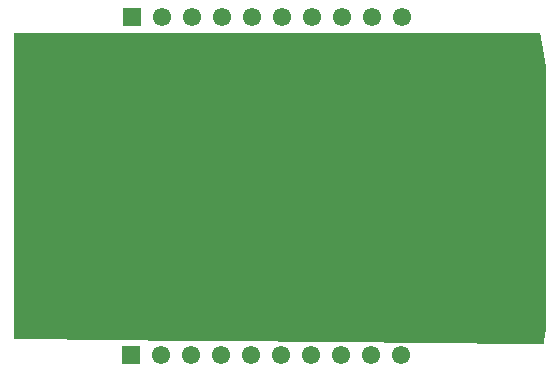
<source format=gbl>
%FSLAX33Y33*%
%MOMM*%
%ADD10C,0.0508*%
%ADD11C,1.0668*%
%ADD12R,1.55X1.55*%
%ADD13C,1.55*%
D10*
%LNpour fill*%
G01*
X48318Y14119D02*
X48318Y14119D01*
X48375Y14496*
X48375Y37121*
X48132Y38595*
X47926Y39675*
X3475Y39675*
X3475Y13875*
X48206Y13477*
X48318Y14119*
X42661Y13501D02*
X48236Y13501D01*
X37095Y13551D02*
X48245Y13551D01*
X31530Y13600D02*
X48253Y13600D01*
X25964Y13650D02*
X48262Y13650D01*
X20398Y13699D02*
X48271Y13699D01*
X14832Y13749D02*
X48279Y13749D01*
X9266Y13798D02*
X48288Y13798D01*
X3700Y13848D02*
X48297Y13848D01*
X3450Y13897D02*
X48305Y13897D01*
X3450Y13947D02*
X48314Y13947D01*
X3450Y13996D02*
X48323Y13996D01*
X3450Y14046D02*
X48331Y14046D01*
X3450Y14095D02*
X48340Y14095D01*
X3450Y14145D02*
X48348Y14145D01*
X3450Y14194D02*
X48355Y14194D01*
X3450Y14244D02*
X48363Y14244D01*
X3450Y14294D02*
X48370Y14294D01*
X3450Y14343D02*
X48378Y14343D01*
X3450Y14393D02*
X48385Y14393D01*
X3450Y14442D02*
X48392Y14442D01*
X3450Y14492D02*
X48400Y14492D01*
X3450Y14541D02*
X48400Y14541D01*
X3450Y14591D02*
X48400Y14591D01*
X3450Y14640D02*
X48400Y14640D01*
X3450Y14690D02*
X48400Y14690D01*
X3450Y14739D02*
X48400Y14739D01*
X3450Y14789D02*
X48400Y14789D01*
X3450Y14838D02*
X48400Y14838D01*
X3450Y14888D02*
X48400Y14888D01*
X3450Y14937D02*
X48400Y14937D01*
X3450Y14987D02*
X48400Y14987D01*
X3450Y15036D02*
X48400Y15036D01*
X3450Y15086D02*
X48400Y15086D01*
X3450Y15136D02*
X48400Y15136D01*
X3450Y15185D02*
X48400Y15185D01*
X3450Y15235D02*
X48400Y15235D01*
X3450Y15284D02*
X48400Y15284D01*
X3450Y15334D02*
X48400Y15334D01*
X3450Y15383D02*
X48400Y15383D01*
X3450Y15433D02*
X48400Y15433D01*
X3450Y15482D02*
X48400Y15482D01*
X3450Y15532D02*
X48400Y15532D01*
X3450Y15581D02*
X48400Y15581D01*
X3450Y15631D02*
X48400Y15631D01*
X3450Y15680D02*
X48400Y15680D01*
X3450Y15730D02*
X48400Y15730D01*
X3450Y15779D02*
X48400Y15779D01*
X3450Y15829D02*
X48400Y15829D01*
X3450Y15879D02*
X48400Y15879D01*
X3450Y15928D02*
X48400Y15928D01*
X3450Y15978D02*
X48400Y15978D01*
X3450Y16027D02*
X48400Y16027D01*
X3450Y16077D02*
X48400Y16077D01*
X3450Y16126D02*
X48400Y16126D01*
X3450Y16176D02*
X48400Y16176D01*
X3450Y16225D02*
X48400Y16225D01*
X3450Y16275D02*
X48400Y16275D01*
X3450Y16324D02*
X48400Y16324D01*
X3450Y16374D02*
X48400Y16374D01*
X3450Y16423D02*
X48400Y16423D01*
X3450Y16473D02*
X48400Y16473D01*
X3450Y16522D02*
X48400Y16522D01*
X3450Y16572D02*
X48400Y16572D01*
X3450Y16621D02*
X48400Y16621D01*
X3450Y16671D02*
X48400Y16671D01*
X3450Y16721D02*
X48400Y16721D01*
X3450Y16770D02*
X48400Y16770D01*
X3450Y16820D02*
X48400Y16820D01*
X3450Y16869D02*
X48400Y16869D01*
X3450Y16919D02*
X48400Y16919D01*
X3450Y16968D02*
X48400Y16968D01*
X3450Y17018D02*
X48400Y17018D01*
X3450Y17067D02*
X48400Y17067D01*
X3450Y17117D02*
X48400Y17117D01*
X3450Y17166D02*
X48400Y17166D01*
X3450Y17216D02*
X48400Y17216D01*
X3450Y17265D02*
X48400Y17265D01*
X3450Y17315D02*
X48400Y17315D01*
X3450Y17364D02*
X48400Y17364D01*
X3450Y17414D02*
X48400Y17414D01*
X3450Y17463D02*
X48400Y17463D01*
X3450Y17513D02*
X48400Y17513D01*
X3450Y17563D02*
X48400Y17563D01*
X3450Y17612D02*
X48400Y17612D01*
X3450Y17662D02*
X48400Y17662D01*
X3450Y17711D02*
X48400Y17711D01*
X3450Y17761D02*
X48400Y17761D01*
X3450Y17810D02*
X48400Y17810D01*
X3450Y17860D02*
X48400Y17860D01*
X3450Y17909D02*
X48400Y17909D01*
X3450Y17959D02*
X48400Y17959D01*
X3450Y18008D02*
X48400Y18008D01*
X3450Y18058D02*
X48400Y18058D01*
X3450Y18107D02*
X48400Y18107D01*
X3450Y18157D02*
X48400Y18157D01*
X3450Y18206D02*
X48400Y18206D01*
X3450Y18256D02*
X48400Y18256D01*
X3450Y18305D02*
X48400Y18305D01*
X3450Y18355D02*
X48400Y18355D01*
X3450Y18405D02*
X48400Y18405D01*
X3450Y18454D02*
X48400Y18454D01*
X3450Y18504D02*
X48400Y18504D01*
X3450Y18553D02*
X48400Y18553D01*
X3450Y18603D02*
X48400Y18603D01*
X3450Y18652D02*
X48400Y18652D01*
X3450Y18702D02*
X48400Y18702D01*
X3450Y18751D02*
X48400Y18751D01*
X3450Y18801D02*
X48400Y18801D01*
X3450Y18850D02*
X48400Y18850D01*
X3450Y18900D02*
X48400Y18900D01*
X3450Y18949D02*
X48400Y18949D01*
X3450Y18999D02*
X48400Y18999D01*
X3450Y19048D02*
X48400Y19048D01*
X3450Y19098D02*
X48400Y19098D01*
X3450Y19147D02*
X48400Y19147D01*
X3450Y19197D02*
X48400Y19197D01*
X3450Y19247D02*
X48400Y19247D01*
X3450Y19296D02*
X48400Y19296D01*
X3450Y19346D02*
X48400Y19346D01*
X3450Y19395D02*
X48400Y19395D01*
X3450Y19445D02*
X48400Y19445D01*
X3450Y19494D02*
X48400Y19494D01*
X3450Y19544D02*
X48400Y19544D01*
X3450Y19593D02*
X48400Y19593D01*
X3450Y19643D02*
X48400Y19643D01*
X3450Y19692D02*
X48400Y19692D01*
X3450Y19742D02*
X48400Y19742D01*
X3450Y19791D02*
X48400Y19791D01*
X3450Y19841D02*
X48400Y19841D01*
X3450Y19890D02*
X48400Y19890D01*
X3450Y19940D02*
X48400Y19940D01*
X3450Y19989D02*
X48400Y19989D01*
X3450Y20039D02*
X48400Y20039D01*
X3450Y20089D02*
X48400Y20089D01*
X3450Y20138D02*
X48400Y20138D01*
X3450Y20188D02*
X48400Y20188D01*
X3450Y20237D02*
X48400Y20237D01*
X3450Y20287D02*
X48400Y20287D01*
X3450Y20336D02*
X48400Y20336D01*
X3450Y20386D02*
X48400Y20386D01*
X3450Y20435D02*
X48400Y20435D01*
X3450Y20485D02*
X48400Y20485D01*
X3450Y20534D02*
X48400Y20534D01*
X3450Y20584D02*
X48400Y20584D01*
X3450Y20633D02*
X48400Y20633D01*
X3450Y20683D02*
X48400Y20683D01*
X3450Y20732D02*
X48400Y20732D01*
X3450Y20782D02*
X48400Y20782D01*
X3450Y20832D02*
X48400Y20832D01*
X3450Y20881D02*
X48400Y20881D01*
X3450Y20931D02*
X48400Y20931D01*
X3450Y20980D02*
X48400Y20980D01*
X3450Y21030D02*
X48400Y21030D01*
X3450Y21079D02*
X48400Y21079D01*
X3450Y21129D02*
X48400Y21129D01*
X3450Y21178D02*
X48400Y21178D01*
X3450Y21228D02*
X48400Y21228D01*
X3450Y21277D02*
X48400Y21277D01*
X3450Y21327D02*
X48400Y21327D01*
X3450Y21376D02*
X48400Y21376D01*
X3450Y21426D02*
X48400Y21426D01*
X3450Y21475D02*
X48400Y21475D01*
X3450Y21525D02*
X48400Y21525D01*
X3450Y21574D02*
X48400Y21574D01*
X3450Y21624D02*
X48400Y21624D01*
X3450Y21674D02*
X48400Y21674D01*
X3450Y21723D02*
X48400Y21723D01*
X3450Y21773D02*
X48400Y21773D01*
X3450Y21822D02*
X48400Y21822D01*
X3450Y21872D02*
X48400Y21872D01*
X3450Y21921D02*
X48400Y21921D01*
X3450Y21971D02*
X48400Y21971D01*
X3450Y22020D02*
X48400Y22020D01*
X3450Y22070D02*
X48400Y22070D01*
X3450Y22119D02*
X48400Y22119D01*
X3450Y22169D02*
X48400Y22169D01*
X3450Y22218D02*
X48400Y22218D01*
X3450Y22268D02*
X48400Y22268D01*
X3450Y22317D02*
X48400Y22317D01*
X3450Y22367D02*
X48400Y22367D01*
X3450Y22416D02*
X48400Y22416D01*
X3450Y22466D02*
X48400Y22466D01*
X3450Y22516D02*
X48400Y22516D01*
X3450Y22565D02*
X48400Y22565D01*
X3450Y22615D02*
X48400Y22615D01*
X3450Y22664D02*
X48400Y22664D01*
X3450Y22714D02*
X48400Y22714D01*
X3450Y22763D02*
X48400Y22763D01*
X3450Y22813D02*
X48400Y22813D01*
X3450Y22862D02*
X48400Y22862D01*
X3450Y22912D02*
X48400Y22912D01*
X3450Y22961D02*
X48400Y22961D01*
X3450Y23011D02*
X48400Y23011D01*
X3450Y23060D02*
X48400Y23060D01*
X3450Y23110D02*
X48400Y23110D01*
X3450Y23159D02*
X48400Y23159D01*
X3450Y23209D02*
X48400Y23209D01*
X3450Y23258D02*
X48400Y23258D01*
X3450Y23308D02*
X48400Y23308D01*
X3450Y23358D02*
X48400Y23358D01*
X3450Y23407D02*
X48400Y23407D01*
X3450Y23457D02*
X48400Y23457D01*
X3450Y23506D02*
X48400Y23506D01*
X3450Y23556D02*
X48400Y23556D01*
X3450Y23605D02*
X48400Y23605D01*
X3450Y23655D02*
X48400Y23655D01*
X3450Y23704D02*
X48400Y23704D01*
X3450Y23754D02*
X48400Y23754D01*
X3450Y23803D02*
X48400Y23803D01*
X3450Y23853D02*
X48400Y23853D01*
X3450Y23902D02*
X48400Y23902D01*
X3450Y23952D02*
X48400Y23952D01*
X3450Y24001D02*
X48400Y24001D01*
X3450Y24051D02*
X48400Y24051D01*
X3450Y24100D02*
X48400Y24100D01*
X3450Y24150D02*
X48400Y24150D01*
X3450Y24200D02*
X48400Y24200D01*
X3450Y24249D02*
X48400Y24249D01*
X3450Y24299D02*
X48400Y24299D01*
X3450Y24348D02*
X48400Y24348D01*
X3450Y24398D02*
X48400Y24398D01*
X3450Y24447D02*
X48400Y24447D01*
X3450Y24497D02*
X48400Y24497D01*
X3450Y24546D02*
X48400Y24546D01*
X3450Y24596D02*
X48400Y24596D01*
X3450Y24645D02*
X48400Y24645D01*
X3450Y24695D02*
X48400Y24695D01*
X3450Y24744D02*
X48400Y24744D01*
X3450Y24794D02*
X48400Y24794D01*
X3450Y24843D02*
X48400Y24843D01*
X3450Y24893D02*
X48400Y24893D01*
X3450Y24942D02*
X48400Y24942D01*
X3450Y24992D02*
X48400Y24992D01*
X3450Y25042D02*
X48400Y25042D01*
X3450Y25091D02*
X48400Y25091D01*
X3450Y25141D02*
X48400Y25141D01*
X3450Y25190D02*
X48400Y25190D01*
X3450Y25240D02*
X48400Y25240D01*
X3450Y25289D02*
X48400Y25289D01*
X3450Y25339D02*
X48400Y25339D01*
X3450Y25388D02*
X48400Y25388D01*
X3450Y25438D02*
X48400Y25438D01*
X3450Y25487D02*
X48400Y25487D01*
X3450Y25537D02*
X48400Y25537D01*
X3450Y25586D02*
X48400Y25586D01*
X3450Y25636D02*
X48400Y25636D01*
X3450Y25685D02*
X48400Y25685D01*
X3450Y25735D02*
X48400Y25735D01*
X3450Y25785D02*
X48400Y25785D01*
X3450Y25834D02*
X48400Y25834D01*
X3450Y25884D02*
X48400Y25884D01*
X3450Y25933D02*
X48400Y25933D01*
X3450Y25983D02*
X48400Y25983D01*
X3450Y26032D02*
X48400Y26032D01*
X3450Y26082D02*
X48400Y26082D01*
X3450Y26131D02*
X48400Y26131D01*
X3450Y26181D02*
X48400Y26181D01*
X3450Y26230D02*
X48400Y26230D01*
X3450Y26280D02*
X48400Y26280D01*
X3450Y26329D02*
X48400Y26329D01*
X3450Y26379D02*
X48400Y26379D01*
X3450Y26428D02*
X48400Y26428D01*
X3450Y26478D02*
X48400Y26478D01*
X3450Y26527D02*
X48400Y26527D01*
X3450Y26577D02*
X48400Y26577D01*
X3450Y26627D02*
X48400Y26627D01*
X3450Y26676D02*
X48400Y26676D01*
X3450Y26726D02*
X48400Y26726D01*
X3450Y26775D02*
X48400Y26775D01*
X3450Y26825D02*
X48400Y26825D01*
X3450Y26874D02*
X48400Y26874D01*
X3450Y26924D02*
X48400Y26924D01*
X3450Y26973D02*
X48400Y26973D01*
X3450Y27023D02*
X48400Y27023D01*
X3450Y27072D02*
X48400Y27072D01*
X3450Y27122D02*
X48400Y27122D01*
X3450Y27171D02*
X48400Y27171D01*
X3450Y27221D02*
X48400Y27221D01*
X3450Y27270D02*
X48400Y27270D01*
X3450Y27320D02*
X48400Y27320D01*
X3450Y27369D02*
X48400Y27369D01*
X3450Y27419D02*
X48400Y27419D01*
X3450Y27469D02*
X48400Y27469D01*
X3450Y27518D02*
X48400Y27518D01*
X3450Y27568D02*
X48400Y27568D01*
X3450Y27617D02*
X48400Y27617D01*
X3450Y27667D02*
X48400Y27667D01*
X3450Y27716D02*
X48400Y27716D01*
X3450Y27766D02*
X48400Y27766D01*
X3450Y27815D02*
X48400Y27815D01*
X3450Y27865D02*
X48400Y27865D01*
X3450Y27914D02*
X48400Y27914D01*
X3450Y27964D02*
X48400Y27964D01*
X3450Y28013D02*
X48400Y28013D01*
X3450Y28063D02*
X48400Y28063D01*
X3450Y28112D02*
X48400Y28112D01*
X3450Y28162D02*
X48400Y28162D01*
X3450Y28211D02*
X48400Y28211D01*
X3450Y28261D02*
X48400Y28261D01*
X3450Y28311D02*
X48400Y28311D01*
X3450Y28360D02*
X48400Y28360D01*
X3450Y28410D02*
X48400Y28410D01*
X3450Y28459D02*
X48400Y28459D01*
X3450Y28509D02*
X48400Y28509D01*
X3450Y28558D02*
X48400Y28558D01*
X3450Y28608D02*
X48400Y28608D01*
X3450Y28657D02*
X48400Y28657D01*
X3450Y28707D02*
X48400Y28707D01*
X3450Y28756D02*
X48400Y28756D01*
X3450Y28806D02*
X48400Y28806D01*
X3450Y28855D02*
X48400Y28855D01*
X3450Y28905D02*
X48400Y28905D01*
X3450Y28954D02*
X48400Y28954D01*
X3450Y29004D02*
X48400Y29004D01*
X3450Y29053D02*
X48400Y29053D01*
X3450Y29103D02*
X48400Y29103D01*
X3450Y29153D02*
X48400Y29153D01*
X3450Y29202D02*
X48400Y29202D01*
X3450Y29252D02*
X48400Y29252D01*
X3450Y29301D02*
X48400Y29301D01*
X3450Y29351D02*
X48400Y29351D01*
X3450Y29400D02*
X48400Y29400D01*
X3450Y29450D02*
X48400Y29450D01*
X3450Y29499D02*
X48400Y29499D01*
X3450Y29549D02*
X48400Y29549D01*
X3450Y29598D02*
X48400Y29598D01*
X3450Y29648D02*
X48400Y29648D01*
X3450Y29697D02*
X48400Y29697D01*
X3450Y29747D02*
X48400Y29747D01*
X3450Y29796D02*
X48400Y29796D01*
X3450Y29846D02*
X48400Y29846D01*
X3450Y29895D02*
X48400Y29895D01*
X3450Y29945D02*
X48400Y29945D01*
X3450Y29995D02*
X48400Y29995D01*
X3450Y30044D02*
X48400Y30044D01*
X3450Y30094D02*
X48400Y30094D01*
X3450Y30143D02*
X48400Y30143D01*
X3450Y30193D02*
X48400Y30193D01*
X3450Y30242D02*
X48400Y30242D01*
X3450Y30292D02*
X48400Y30292D01*
X3450Y30341D02*
X48400Y30341D01*
X3450Y30391D02*
X48400Y30391D01*
X3450Y30440D02*
X48400Y30440D01*
X3450Y30490D02*
X48400Y30490D01*
X3450Y30539D02*
X48400Y30539D01*
X3450Y30589D02*
X48400Y30589D01*
X3450Y30638D02*
X48400Y30638D01*
X3450Y30688D02*
X48400Y30688D01*
X3450Y30738D02*
X48400Y30738D01*
X3450Y30787D02*
X48400Y30787D01*
X3450Y30837D02*
X48400Y30837D01*
X3450Y30886D02*
X48400Y30886D01*
X3450Y30936D02*
X48400Y30936D01*
X3450Y30985D02*
X48400Y30985D01*
X3450Y31035D02*
X48400Y31035D01*
X3450Y31084D02*
X48400Y31084D01*
X3450Y31134D02*
X48400Y31134D01*
X3450Y31183D02*
X48400Y31183D01*
X3450Y31233D02*
X48400Y31233D01*
X3450Y31282D02*
X48400Y31282D01*
X3450Y31332D02*
X48400Y31332D01*
X3450Y31381D02*
X48400Y31381D01*
X3450Y31431D02*
X48400Y31431D01*
X3450Y31480D02*
X48400Y31480D01*
X3450Y31530D02*
X48400Y31530D01*
X3450Y31580D02*
X48400Y31580D01*
X3450Y31629D02*
X48400Y31629D01*
X3450Y31679D02*
X48400Y31679D01*
X3450Y31728D02*
X48400Y31728D01*
X3450Y31778D02*
X48400Y31778D01*
X3450Y31827D02*
X48400Y31827D01*
X3450Y31877D02*
X48400Y31877D01*
X3450Y31926D02*
X48400Y31926D01*
X3450Y31976D02*
X48400Y31976D01*
X3450Y32025D02*
X48400Y32025D01*
X3450Y32075D02*
X48400Y32075D01*
X3450Y32124D02*
X48400Y32124D01*
X3450Y32174D02*
X48400Y32174D01*
X3450Y32223D02*
X48400Y32223D01*
X3450Y32273D02*
X48400Y32273D01*
X3450Y32322D02*
X48400Y32322D01*
X3450Y32372D02*
X48400Y32372D01*
X3450Y32422D02*
X48400Y32422D01*
X3450Y32471D02*
X48400Y32471D01*
X3450Y32521D02*
X48400Y32521D01*
X3450Y32570D02*
X48400Y32570D01*
X3450Y32620D02*
X48400Y32620D01*
X3450Y32669D02*
X48400Y32669D01*
X3450Y32719D02*
X48400Y32719D01*
X3450Y32768D02*
X48400Y32768D01*
X3450Y32818D02*
X48400Y32818D01*
X3450Y32867D02*
X48400Y32867D01*
X3450Y32917D02*
X48400Y32917D01*
X3450Y32966D02*
X48400Y32966D01*
X3450Y33016D02*
X48400Y33016D01*
X3450Y33065D02*
X48400Y33065D01*
X3450Y33115D02*
X48400Y33115D01*
X3450Y33164D02*
X48400Y33164D01*
X3450Y33214D02*
X48400Y33214D01*
X3450Y33264D02*
X48400Y33264D01*
X3450Y33313D02*
X48400Y33313D01*
X3450Y33363D02*
X48400Y33363D01*
X3450Y33412D02*
X48400Y33412D01*
X3450Y33462D02*
X48400Y33462D01*
X3450Y33511D02*
X48400Y33511D01*
X3450Y33561D02*
X48400Y33561D01*
X3450Y33610D02*
X48400Y33610D01*
X3450Y33660D02*
X48400Y33660D01*
X3450Y33709D02*
X48400Y33709D01*
X3450Y33759D02*
X48400Y33759D01*
X3450Y33808D02*
X48400Y33808D01*
X3450Y33858D02*
X48400Y33858D01*
X3450Y33907D02*
X48400Y33907D01*
X3450Y33957D02*
X48400Y33957D01*
X3450Y34006D02*
X48400Y34006D01*
X3450Y34056D02*
X48400Y34056D01*
X3450Y34106D02*
X48400Y34106D01*
X3450Y34155D02*
X48400Y34155D01*
X3450Y34205D02*
X48400Y34205D01*
X3450Y34254D02*
X48400Y34254D01*
X3450Y34304D02*
X48400Y34304D01*
X3450Y34353D02*
X48400Y34353D01*
X3450Y34403D02*
X48400Y34403D01*
X3450Y34452D02*
X48400Y34452D01*
X3450Y34502D02*
X48400Y34502D01*
X3450Y34551D02*
X48400Y34551D01*
X3450Y34601D02*
X48400Y34601D01*
X3450Y34650D02*
X48400Y34650D01*
X3450Y34700D02*
X48400Y34700D01*
X3450Y34749D02*
X48400Y34749D01*
X3450Y34799D02*
X48400Y34799D01*
X3450Y34848D02*
X48400Y34848D01*
X3450Y34898D02*
X48400Y34898D01*
X3450Y34948D02*
X48400Y34948D01*
X3450Y34997D02*
X48400Y34997D01*
X3450Y35047D02*
X48400Y35047D01*
X3450Y35096D02*
X48400Y35096D01*
X3450Y35146D02*
X48400Y35146D01*
X3450Y35195D02*
X48400Y35195D01*
X3450Y35245D02*
X48400Y35245D01*
X3450Y35294D02*
X48400Y35294D01*
X3450Y35344D02*
X48400Y35344D01*
X3450Y35393D02*
X48400Y35393D01*
X3450Y35443D02*
X48400Y35443D01*
X3450Y35492D02*
X48400Y35492D01*
X3450Y35542D02*
X48400Y35542D01*
X3450Y35591D02*
X48400Y35591D01*
X3450Y35641D02*
X48400Y35641D01*
X3450Y35691D02*
X48400Y35691D01*
X3450Y35740D02*
X48400Y35740D01*
X3450Y35790D02*
X48400Y35790D01*
X3450Y35839D02*
X48400Y35839D01*
X3450Y35889D02*
X48400Y35889D01*
X3450Y35938D02*
X48400Y35938D01*
X3450Y35988D02*
X48400Y35988D01*
X3450Y36037D02*
X48400Y36037D01*
X3450Y36087D02*
X48400Y36087D01*
X3450Y36136D02*
X48400Y36136D01*
X3450Y36186D02*
X48400Y36186D01*
X3450Y36235D02*
X48400Y36235D01*
X3450Y36285D02*
X48400Y36285D01*
X3450Y36334D02*
X48400Y36334D01*
X3450Y36384D02*
X48400Y36384D01*
X3450Y36433D02*
X48400Y36433D01*
X3450Y36483D02*
X48400Y36483D01*
X3450Y36533D02*
X48400Y36533D01*
X3450Y36582D02*
X48400Y36582D01*
X3450Y36632D02*
X48400Y36632D01*
X3450Y36681D02*
X48400Y36681D01*
X3450Y36731D02*
X48400Y36731D01*
X3450Y36780D02*
X48400Y36780D01*
X3450Y36830D02*
X48400Y36830D01*
X3450Y36879D02*
X48400Y36879D01*
X3450Y36929D02*
X48400Y36929D01*
X3450Y36978D02*
X48400Y36978D01*
X3450Y37028D02*
X48400Y37028D01*
X3450Y37077D02*
X48400Y37077D01*
X3450Y37127D02*
X48399Y37127D01*
X3450Y37176D02*
X48391Y37176D01*
X3450Y37226D02*
X48383Y37226D01*
X3450Y37275D02*
X48375Y37275D01*
X3450Y37325D02*
X48367Y37325D01*
X3450Y37375D02*
X48359Y37375D01*
X3450Y37424D02*
X48351Y37424D01*
X3450Y37474D02*
X48342Y37474D01*
X3450Y37523D02*
X48334Y37523D01*
X3450Y37573D02*
X48326Y37573D01*
X3450Y37622D02*
X48318Y37622D01*
X3450Y37672D02*
X48310Y37672D01*
X3450Y37721D02*
X48302Y37721D01*
X3450Y37771D02*
X48294Y37771D01*
X3450Y37820D02*
X48285Y37820D01*
X3450Y37870D02*
X48277Y37870D01*
X3450Y37919D02*
X48269Y37919D01*
X3450Y37969D02*
X48261Y37969D01*
X3450Y38018D02*
X48253Y38018D01*
X3450Y38068D02*
X48245Y38068D01*
X3450Y38117D02*
X48237Y38117D01*
X3450Y38167D02*
X48228Y38167D01*
X3450Y38217D02*
X48220Y38217D01*
X3450Y38266D02*
X48212Y38266D01*
X3450Y38316D02*
X48204Y38316D01*
X3450Y38365D02*
X48196Y38365D01*
X3450Y38415D02*
X48188Y38415D01*
X3450Y38464D02*
X48180Y38464D01*
X3450Y38514D02*
X48171Y38514D01*
X3450Y38563D02*
X48163Y38563D01*
X3450Y38613D02*
X48155Y38613D01*
X3450Y38662D02*
X48145Y38662D01*
X3450Y38712D02*
X48136Y38712D01*
X3450Y38761D02*
X48126Y38761D01*
X3450Y38811D02*
X48117Y38811D01*
X3450Y38860D02*
X48107Y38860D01*
X3450Y38910D02*
X48098Y38910D01*
X3450Y38959D02*
X48089Y38959D01*
X3450Y39009D02*
X48079Y39009D01*
X3450Y39059D02*
X48070Y39059D01*
X3450Y39108D02*
X48060Y39108D01*
X3450Y39158D02*
X48051Y39158D01*
X3450Y39207D02*
X48041Y39207D01*
X3450Y39257D02*
X48032Y39257D01*
X3450Y39306D02*
X48022Y39306D01*
X3450Y39356D02*
X48013Y39356D01*
X3450Y39405D02*
X48003Y39405D01*
X3450Y39455D02*
X47994Y39455D01*
X3450Y39504D02*
X47984Y39504D01*
X3450Y39554D02*
X47975Y39554D01*
X3450Y39603D02*
X47965Y39603D01*
X3450Y39653D02*
X47956Y39653D01*
%LNbottom copper_traces*%
D11*
X24900Y37300D03*
X46900Y14900D03*
X29550Y29850D03*
X43400Y36550D03*
X38650Y22050D03*
X38650Y29800D03*
X16350Y36450D03*
X6650Y21700D03*
X43400Y22400D03*
X28700Y37150D03*
X7150Y15450D03*
X46750Y37950D03*
X32600Y37500D03*
X24850Y29850D03*
X20150Y16800D03*
X15650Y29650D03*
X11250Y29600D03*
X29550Y21900D03*
X24900Y21850D03*
X29250Y16750D03*
X15650Y17050D03*
X34100Y30050D03*
X43450Y29350D03*
X11700Y37150D03*
X20250Y29650D03*
X6350Y29400D03*
X6600Y37700D03*
X24800Y16150D03*
X20250Y21750D03*
X15950Y21700D03*
X11500Y21600D03*
X38750Y16700D03*
X34100Y21950D03*
X20600Y37450D03*
X11350Y16600D03*
X42900Y15350D03*
%LNbottom copper component d3f5827382159297*%
D12*
X13420Y12450D03*
D13*
X15960Y12450D03*
X18500Y12450D03*
X21040Y12450D03*
X23580Y12450D03*
X26120Y12450D03*
X28660Y12450D03*
X31200Y12450D03*
X33740Y12450D03*
X36280Y12450D03*
%LNbottom copper component f3a27893b55f737a*%
D12*
X13495Y41025D03*
D13*
X16035Y41025D03*
X18575Y41025D03*
X21115Y41025D03*
X23655Y41025D03*
X26195Y41025D03*
X28735Y41025D03*
X31275Y41025D03*
X33815Y41025D03*
X36355Y41025D03*
M02*
</source>
